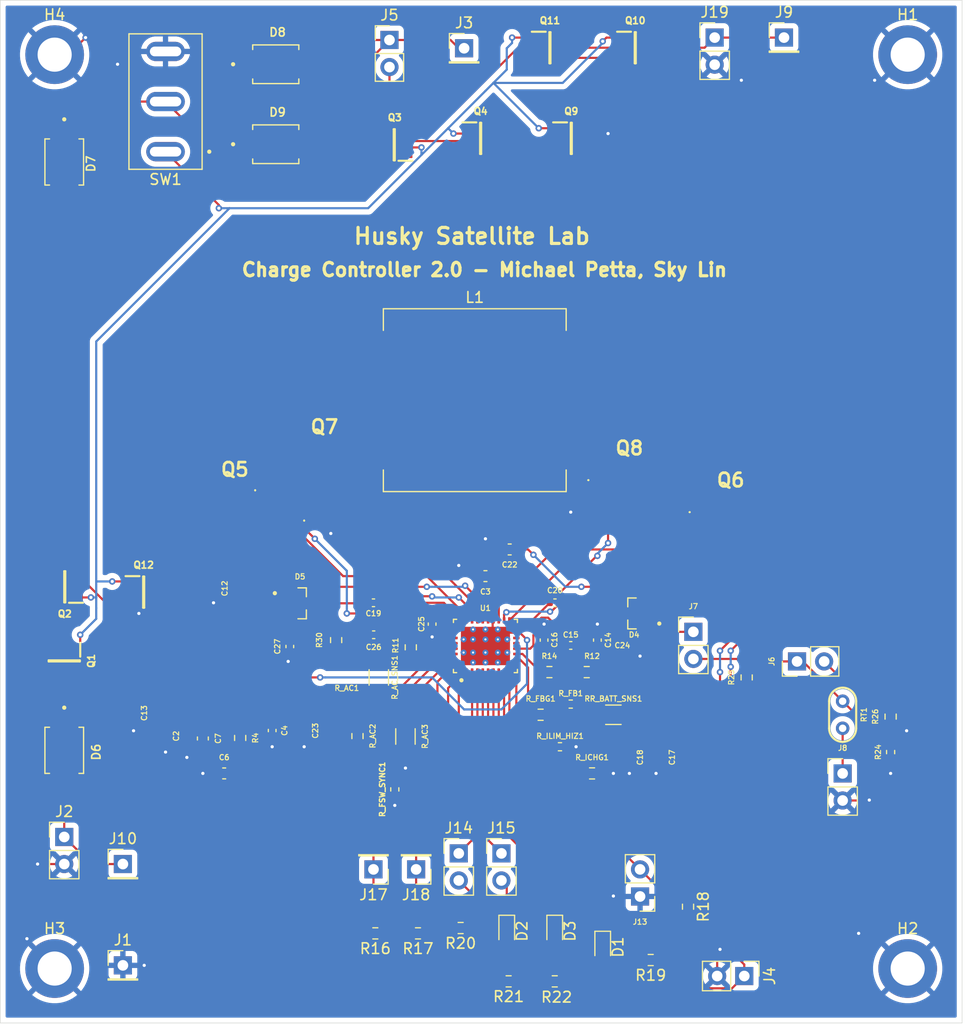
<source format=kicad_pcb>
(kicad_pcb (version 20241229) (generator "pcbnew") (generator_version "9.0")
  (layers (0 "F.Cu" signal) (2 "B.Cu" signal) (13 "F.Paste" user) (15 "B.Paste" user) (5 "F.SilkS" user "F.Silkscreen") (7 "B.SilkS" user "B.Silkscreen") (1 "F.Mask" user) (3 "B.Mask" user) (25 "Edge.Cuts" user))
  (net 0 "")
  (net 1 "GND")
  (net 2 "VAC")
  (net 3 "/DRV_SUP")
  (net 4 "Net-(C6-Pad1)")
  (net 5 "Net-(Q5-D_1)")
  (net 6 "/SRP")
  (net 7 "/SRN")
  (net 8 "Net-(Q11-DRAIN)")
  (net 9 "/BTST_1")
  (net 10 "/SW1")
  (net 11 "/SW2")
  (net 12 "/BTST_2")
  (net 13 "Net-(Q6-D_1)")
  (net 14 "/ACP")
  (net 15 "/ACN")
  (net 16 "Net-(D1-A)")
  (net 17 "/PG")
  (net 18 "Net-(D2-K)")
  (net 19 "Net-(D2-A)")
  (net 20 "/STAT_2")
  (net 21 "Net-(D3-A)")
  (net 24 "Net-(J4-Pin_1)")
  (net 25 "/TS")
  (net 26 "Net-(J6-Pin_2)")
  (net 27 "Net-(J7-Pin_2)")
  (net 28 "Net-(J8-Pin_1)")
  (net 29 "Net-(J19-Pin_1)")
  (net 30 "/CE")
  (net 31 "/INT")
  (net 32 "Net-(J14-Pin_2)")
  (net 33 "/STAT_1")
  (net 34 "/SCL")
  (net 35 "/SDA")
  (net 36 "Net-(Q1-SOURCE)")
  (net 37 "Net-(J10-Pin_1)")
  (net 38 "/EN")
  (net 39 "Net-(J5-Pin_2)")
  (net 40 "Net-(Q4-SOURCE)")
  (net 41 "/HIDRV_1")
  (net 42 "/HIDRV_2")
  (net 43 "/LODRV_1")
  (net 44 "/LODRV_2")
  (net 45 "Net-(Q10-SOURCE)")
  (net 46 "PGND")
  (net 47 "/ACUV")
  (net 48 "/ACOV")
  (net 49 "/FB")
  (net 50 "/FBG")
  (net 51 "Net-(U1-FSW_SYNC)")
  (net 52 "Net-(U1-ICHG)")
  (net 53 "Net-(U1-ILIM_HIZ)")
  (net 54 "Net-(Q1-DRAIN)")
  (net 58 "Net-(D7-PadC)")
  (net 59 "Net-(J3-Pin_1)")
  (net 60 "Net-(D8-PadC)")
  (footprint "Resistor_SMD:R_0402_1005Metric" (layer "F.Cu") (at 220.5 107 90)
    (property "Reference" "R24")
    (property "Value" "30.1k")
  )
  (footprint "Capacitor_SMD:C_0402_1005Metric" (layer "F.Cu") (at 164.155 97.1 90)
    (property "Reference" "C27")
    (property "Value" "100n")
  )
  (footprint "bmsfootprints:BAT54" (layer "F.Cu") (at 196.5 94 180)
    (property "Reference" "D4")
    (property "Value" "BAT54")
  )
  (footprint "bmsfootprints:AON6482" (layer "F.Cu") (at 205.205 86.405 -90)
    (property "Reference" "Q6")
    (property "Value" "AONS66614" (hide yes))
  )
  (footprint "Connector_PinHeader_2.54mm:PinHeader_1x02_P2.54mm_Vertical" (layer "F.Cu") (at 184 116.5)
    (property "Reference" "J15")
    (property "Value" "Conn-1x2")
  )
  (footprint "MountingHole:MountingHole_3.2mm_M3_ISO14580_Pad" (layer "F.Cu") (at 142.1 41.6)
    (property "Reference" "H4")
    (property "Value" "MountingHole_Pad")
  )
  (footprint "bmsfootprints:AON6482" (layer "F.Cu") (at 195.705 83.405 -90)
    (property "Reference" "Q8")
    (property "Value" "AONS66614" (hide yes))
  )
  (footprint "Resistor_SMD:R_0603_1608Metric" (layer "F.Cu") (at 198 126.5 180)
    (property "Reference" "R19")
    (property "Value" "10k")
  )
  (footprint "Resistor_SMD:R_1206_3216Metric" (layer "F.Cu") (at 175 105.5375 -90)
    (property "Reference" "R_AC3")
    (property "Value" "53.25")
  )
  (footprint "Connector_PinHeader_2.54mm:PinHeader_1x01_P2.54mm_Vertical" (layer "F.Cu") (at 172 118 180)
    (property "Reference" "J17")
    (property "Value" "SCL_MAS_01x01_Pin")
  )
  (footprint "MountingHole:MountingHole_3.2mm_M3_ISO14580_Pad" (layer "F.Cu") (at 222.1 41.6)
    (property "Reference" "H1")
    (property "Value" "MountingHole_Pad")
  )
  (footprint "Capacitor_SMD:C_0201_0603Metric" (layer "F.Cu") (at 149.5 103.345 -90)
    (property "Reference" "C13")
    (property "Value" "56u")
  )
  (footprint "Connector_PinHeader_2.54mm:PinHeader_1x01_P2.54mm_Vertical" (layer "F.Cu") (at 180.5 41)
    (property "Reference" "J3")
    (property "Value" "BATT_TEST_01x01_Pin")
  )
  (footprint "Resistor_SMD:R_0402_1005Metric" (layer "F.Cu") (at 174 110.5 90)
    (property "Reference" "R_FSW_SYNC1")
    (property "Value" "40k")
  )
  (footprint "Resistor_SMD:R_0603_1608Metric" (layer "F.Cu") (at 176.175 124 180)
    (property "Reference" "R17")
    (property "Value" "10k")
  )
  (footprint "Connector_PinHeader_2.54mm:PinHeader_1x02_P2.54mm_Vertical" (layer "F.Cu") (at 180 116.5)
    (property "Reference" "J14")
    (property "Value" "Conn-1x2")
  )
  (footprint "Connector_PinHeader_2.54mm:PinHeader_1x02_P2.54mm_Vertical" (layer "F.Cu") (at 211.725 98.5 90)
    (property "Reference" "J6")
    (property "Value" "Conn-1x2")
  )
  (footprint "MountingHole:MountingHole_3.2mm_M3_ISO14580_Pad" (layer "F.Cu") (at 142.1 127.3)
    (property "Reference" "H3")
    (property "Value" "MountingHole_Pad")
  )
  (footprint "bmsfootprints:SI2318DS-T1-E3" (layer "F.Cu") (at 196.55 40.95)
    (property "Reference" "Q10")
    (property "Value" "SI2318DS-T1-E3")
  )
  (footprint "Resistor_SMD:R_0603_1608Metric" (layer "F.Cu") (at 187.675 103.5 180)
    (property "Reference" "R_FBG1")
    (property "Value" "16.67k")
  )
  (footprint "Resistor_SMD:R_1206_3216Metric" (layer "F.Cu") (at 172.5 100 -90)
    (property "Reference" "R_AC_SNS1")
    (property "Value" "5m")
  )
  (footprint "bmsfootprints:SI2318DS-T1-E3" (layer "F.Cu") (at 143.05 91.5 180)
    (property "Reference" "Q2")
    (property "Value" "SI2318DS-T1-E3")
  )
  (footprint "bmsfootprints:SS24" (layer "F.Cu") (at 143 106.835 -90)
    (property "Reference" "D6")
    (property "Value" "SS24")
  )
  (footprint "Resistor_SMD:R_0603_1608Metric" (layer "F.Cu") (at 192.5 109 180)
    (property "Reference" "R_ICHG1")
    (property "Value" "16.67k")
  )
  (footprint "Resistor_SMD:R_0603_1608Metric" (layer "F.Cu") (at 189 128.5 180)
    (property "Reference" "R22")
    (property "Value" "10k")
  )
  (footprint "LED_SMD:LED_0603_1608Metric" (layer "F.Cu") (at 193.5 125.2875 -90)
    (property "Reference" "D1")
    (property "Value" "GREEN")
  )
  (footprint "Resistor_SMD:R_0201_0603Metric" (layer "F.Cu") (at 169.5 102)
    (property "Reference" "R_AC1")
    (property "Value" "1M")
  )
  (footprint "Capacitor_SMD:C_0201_0603Metric" (layer "F.Cu") (at 196 107.5 -90)
    (property "Reference" "C18")
    (property "Value" "56u")
  )
  (footprint "Resistor_SMD:R_0402_1005Metric" (layer "F.Cu") (at 189.49 106.5 180)
    (property "Reference" "R_ILIM_HIZ1")
    (property "Value" "25k")
  )
  (footprint "Connector_PinHeader_2.54mm:PinHeader_1x01_P2.54mm_Vertical" (layer "F.Cu") (at 210.5 40)
    (property "Reference" "J9")
    (property "Value" "SYS_TEST_01x01_Pin")
  )
  (footprint "Resistor_SMD:R_0603_1608Metric" (layer "F.Cu") (at 207 100 90)
    (property "Reference" "R25")
    (property "Value" "5.23k")
  )
  (footprint "bmsfootprints:SI2318DS-T1-E3" (layer "F.Cu") (at 143 98.45 -90)
    (property "Reference" "Q1")
    (property "Value" "SI2318DS-T1-E3")
  )
  (footprint "Resistor_SMD:R_0603_1608Metric" (layer "F.Cu") (at 168.5 96.5 90)
    (property "Reference" "R30")
    (property "Value" "10")
  )
  (footprint "Capacitor_SMD:C_0402_1005Metric" (layer "F.Cu") (at 190.5 97 180)
    (property "Reference" "C15")
    (property "Value" "470n")
  )
  (footprint "Capacitor_SMD:C_0402_1005Metric" (layer "F.Cu") (at 193 96.5 -90)
    (property "Reference" "C14")
    (property "Value" "100n")
  )
  (footprint "Connector_PinHeader_2.54mm:PinHeader_1x02_P2.54mm_Vertical" (layer "F.Cu") (at 143 114.96)
    (property "Reference" "J2")
    (property "Value" "SP_01x02_Pin")
  )
  (footprint "Connector_PinHeader_2.54mm:PinHeader_1x01_P2.54mm_Vertical" (layer "F.Cu") (at 176 118 180)
    (property "Reference" "J18")
    (property "Value" "SDA_MAS_01x01_Pin")
  )
  (footprint "bmsfootprints:SI2318DS-T1-E3" (layer "F.Cu") (at 182.05 49.45)
    (property "Reference" "Q4")
    (property "Value" "SI2318DS-T1-E3")
  )
  (footprint "Connector_PinHeader_2.54mm:PinHeader_1x01_P2.54mm_Vertical" (layer "F.Cu") (at 148.5 127)
    (property "Reference" "J1")
    (property "Value" "GND_TEST_01x01_Pin")
  )
  (footprint "Capacitor_SMD:C_0201_0603Metric" (layer "F.Cu") (at 157 91.655 -90)
    (property "Reference" "C12")
    (property "Value" "56u")
  )
  (footprint "Resistor_SMD:R_0603_1608Metric" (layer "F.Cu") (at 184.675 128.5 180)
    (property "Reference" "R21")
    (property "Value" "10k")
  )
  (footprint "MountingHole:MountingHole_3.2mm_M3_ISO14580_Pad" (layer "F.Cu") (at 222.1 127.3)
    (property "Reference" "H2")
    (property "Value" "MountingHole_Pad")
  )
  (footprint "Capacitor_SMD:C_0603_1608Metric" (layer "F.Cu") (at 182.5 90.5 180)
    (property "Reference" "C3")
    (property "Value" "4.7u")
  )
  (footprint "Connector_PinHeader_2.54mm:PinHeader_1x02_P2.54mm_Vertical" (layer "F.Cu") (at 204 40)
    (property "Reference" "J19")
    (property "Value" "SYS-1x2")
  )
  (footprint "Connector_PinHeader_2.54mm:PinHeader_1x02_P2.54mm_Vertical" (layer "F.Cu") (at 206.775 128 -90)
    (property "Reference" "J4")
    (property "Value" "3.3V_PULLUP_01x02_Pin")
  )
  (footprint "Capacitor_SMD:C_0603_1608Metric" (layer "F.Cu") (at 156 105.725 -90)
    (property "Reference" "C7")
    (property "Value" "4.7u")
  )
  (footprint "Capacitor_SMD:C_0603_1608Metric" (layer "F.Cu") (at 158 109 180)
    (property "Reference" "C6")
    (property "Value" "47u")
  )
  (footprint "bmsfootprints:SI2318DS-T1-E3" (layer "F.Cu") (at 173.95 50.05 180)
    (property "Reference" "Q3")
    (property "Value" "SI2318DS-T1-E3")
  )
  (footprint "Connector_PinHeader_2.54mm:PinHeader_1x01_P2.54mm_Vertical" (layer "F.Cu") (at 148.5 117.5)
    (property "Reference" "J10")
    (property "Value" "SOL_TEST_01x01_Pin")
  )
  (footprint "Connector_PinHeader_2.54mm:PinHeader_1x02_P2.54mm_Vertical" (layer "F.Cu") (at 202 95.725)
    (property "Reference" "J7")
    (property "Value" "Conn-1x2")
  )
  (footprint "Capacitor_SMD:C_0201_0603Metric" (layer "F.Cu") (at 199 107.5 -90)
    (property "Reference" "C17")
    (property "Value" "56u")
  )
  (footprint "Resistor_SMD:R_0603_1608Metric" (layer "F.Cu") (at 180.175 123.5 180)
    (property "Reference" "R20")
    (property "Value" "10k")
  )
  (footprint "Capacitor_SMD:C_0201_0603Metric" (layer "F.Cu") (at 165.5 105 -90)
    (property "Reference" "C23")
    (property "Value" "1u")
  )
  (footprint "bmsfootprints:IC_BQ25756ERRVR" (layer "F.Cu") (at 182.5 97.05 90)
    (property "Reference" "U1")
    (property "Value" "BQ25756ERRVR")
  )
  (footprint "bmsfootprints:BAT54" (layer "F.Cu") (at 165.055 93.05)
    (property "Reference" "D5")
    (property "Value" "BAT54")
  )
  (footprint "Resistor_SMD:R_0603_1608Metric" (layer "F.Cu") (at 201.5 121.5 -90)
    (property "Reference" "R18")
    (property "Value" "10k")
  )
  (footprint "Capacitor_SMD:C_0402_1005Metric" (layer "F.Cu") (at 189.02 93)
    (property "Reference" "C20")
    (property "Value" "100n")
  )
  (footprint "Capacitor_SMD:C_0402_1005Metric" (layer "F.Cu") (at 162.5 104.98 -90)
    (property "Reference" "C4")
    (property "Value" "100n")
  )
  (footprint "bmsfootprints:AON6482" (layer "F.Cu") (at 167.405 81.745)
    (property "Reference" "Q7")
    (property "Value" "AONS66614" (hide yes))
  )
  (footprint "Resistor_SMD:R_0603_1608Metric" (layer "F.Cu") (at 159.5 105.675 -90)
    (property "Reference" "R4")
    (property "Value" "10")
  )
  (footprint "Connector_PinHeader_2.54mm:PinHeader_1x02_P2.54mm_Vertical" (layer "F.Cu") (at 173.5 40.225)
    (property "Reference" "J5")
    (property "Value" "BATT_01x02_Pin")
  )
  (footprint "Resistor_SMD:R_0603_1608Metric" (layer "F.Cu") (at 170.5 105.5 -90)
    (property "Reference" "R_AC2")
    (property "Value" "11.83k")
  )
  (footprint "bmsfootprints:SS24" (layer "F.Cu") (at 143 51.665 -90)
    (property "Reference" "D7")
    (property "Value" "SS24")
  )
  (footprint "bmsfootprints:IND_IHLP6767GZER100M01" (layer "F.Cu") (at 181.5 74)
    (property "Reference" "L1")
    (property "Value" "IHLP6767GZER100M01")
  )
  (footprint "bmsfootprints:AON6482" (layer "F.Cu") (at 159 86 180)
    (property "Reference" "Q5")
    (property "Value" "AONS66614" (hide yes))
  )
  (footprint "Capacitor_SMD:C_0402_1005Metric" (layer "F.Cu") (at 177.5 95 90)
    (property "Reference" "C25")
    (property "Value" "100n")
  )
  (footprint "Capacitor_SMD:C_0402_1005Metric" (layer "F.Cu") (at 188 96.5 -90)
    (property "Reference" "C16")
    (property "Value" "100n")
  )
  (footprint "Capacitor_SMD:C_0402_1005Metric" (layer "F.Cu") (at 172 93 180)
    (property "Reference" "C19")
    (property "Value" "100n")
  )
  (footprint "Resistor_SMD:R_0603_1608Metric" (layer "F.Cu") (at 220.5 103.675 90)
    (property "Reference" "R26")
    (property "Value" "10k")
  )
  (footprint "Resistor_SMD:R_0603_1608Metric" (layer "F.Cu") (at 188.5 99.5 180)
    (property "Reference" "R14")
    (property "Value" "10")
  )
  (footprint "LED_SMD:LED_0603_1608Metric" (layer "F.Cu") (at 184.5 123.7875 -90)
    (property "Reference" "D2")
    (property "Value" "GREEN")
  )
  (footprint "Capacitor_SMD:C_0603_1608Metric" (layer "F.Cu") (at 184.775 88 180)
    (property "Reference" "C22")
    (property "Value" "4.7u")
  )
  (footprint "Resistor_SMD:R_0603_1608Metric" (layer "F.Cu") (at 192 99.5 180)
    (property "Reference" "R12")
    (property "Value" "10")
  )
  (footprint "bmsfootprints:SI2318DS-T1-E3" (layer "F.Cu") (at 188.55 40.95)
    (property "Reference" "Q11")
    (property "Value" "SI2318DS-T1-E3")
  )
  (footprint "Capacitor_SMD:C_0402_1005Metric" (layer "F.Cu") (at 172.02 96 180)
    (property "Reference" "C26")
    (property "Value" "470n")
  )
  (footprint "bmsfootprints:SI2318DS-T1-E3" (layer "F.Cu") (at 190.55 49.45)
    (property "Reference" "Q9")
    (property "Value" "SI2318DS-T1-E3")
  )
  (footprint "Resistor_SMD:R_0603_1608Metric" (layer "F.Cu") (at 175.5 97.175 90)
    (property "Reference" "R11")
    (property "Value" "10")
  )
  (footprint "bmsfootprints:SW_100SP1T1B1M1QEH" (layer "F.Cu") (at 152.5 46 90)
    (property "Reference" "SW1")
    (property "Value" "100SP1T1B1M1QEH")
  )
  (footprint "Connector_PinHeader_2.54mm:PinHeader_1x02_P2.54mm_Vertical" (layer "F.Cu") (at 197 120.54 180)
    (property "Reference" "J13")
    (property "Value" "Conn-1x2")
  )
  (footprint "Resistor_SMD:R_0402_1005Metric" (layer "F.Cu") (at 190.5 102.5 180)
    (property "Reference" "R_FB1")
    (property "Value" "249k")
  )
  (footprint "Capacitor_SMD:C_0201_0603Metric" (layer "F.Cu") (at 152.5 105.5 -90)
    (property "Reference" "C2")
    (property "Value" "56u")
  )
  (footprint "Resistor_SMD:R_1206_3216Metric" (layer "F.Cu") (at 194.5 103.5)
    (property "Reference" "RR_BATT_SNS1")
    (property "Value" "5m")
  )
  (footprint "Capacitor_SMD:C_0201_0603Metric" (layer "F.Cu") (at 195.345 98)
    (property "Reference" "C24")
    (property "Value" "56u")
  )
  (footprint "LED_SMD:LED_0603_1608Metric" (layer "F.Cu") (at 189 123.7875 -90)
    (property "Reference" "D3")
    (property "Value" "GREEN")
  )
  (footprint "bmsfootprints:SS24" (layer "F.Cu") (at 162.835 50)
    (property "Reference" "D9")
    (property "Value" "SS24")
  )
  (footprint "bmsfootprints:103AT-2" (layer "F.Cu") (at 216 103.5 -90)
    (property "Reference" "RT1")
    (property "Value" "103AT-2")
  )
  (footprint "Connector_PinHeader_2.54mm:PinHeader_1x02_P2.54mm_Vertical" (layer "F.Cu") (at 216 109)
    (property "Reference" "J8")
    (property "Value" "Conn-1x2")
  )
  (footprint "bmsfootprints:SS24" (layer "F.Cu") (at 162.835 42.5)
    (property "Reference" "D8")
    (property "Value" "SS24")
  )
  (footprint "bmsfootprints:SI2318DS-T1-E3" (layer "F.Cu") (at 150.45 92)
    (property "Reference" "Q12")
    (property "Value" "SI2318DS-T1-E3")
  )
  (footprint "Resistor_SMD:R_0603_1608Metric" (layer "F.Cu") (at 172.175 124 180)
    (property "Reference" "R16")
    (property "Value" "10k")
  )
  (gr_line (start 137 36.5) (end 137 132.4) (stroke (width 0.05)) (layer "Edge.Cuts"))
  (gr_line (start 137 36.5) (end 227.2 36.5) (stroke (width 0.05)) (layer "Edge.Cuts"))
  (gr_line (start 227.2 36.5) (end 227.2 132.4) (stroke (width 0.05)) (layer "Edge.Cuts"))
  (gr_line (start 137 132.4) (end 227.2 132.4) (stroke (width 0.05)) (layer "Edge.Cuts"))
  (gr_text "Husky Satellite Lab" (at 170 59.5 0) (layer "F.SilkS") (effects (font (size 1.5 1.5) (thickness 0.3) (bold yes)) (justify left bottom)))
  (gr_text "Charge Controller 2.0 - Michael Petta, Sky Lin\n" (at 159.5 62.5 0) (layer "F.SilkS") (effects (font (size 1.25 1.25) (thickness 0.3) (bold yes)) (justify left bottom)))
  (segment (start 152.5 105.82) (end 152.5 107) (width 0.2) (layer "F.Cu") (net 1))
  (segment (start 143 117.5) (end 140.5 117.5) (width 0.2) (layer "F.Cu") (net 1))
  (segment (start 184 88) (end 183.5 88) (width 0.2) (layer "F.Cu") (net 1))
  (segment (start 194.54 120.54) (end 194.5 120.5) (width 0.2) (layer "F.Cu") (net 1))
  (segment (start 205.46 44) (end 206.5 44) (width 0.2) (layer "F.Cu") (net 1))
  (segment (start 157 91.975) (end 157 93) (width 0.2) (layer "F.Cu") (net 1))
  (segment (start 219.7 44) (end 219 44) (width 0.2) (layer "F.Cu") (net 1))
  (segment (start 148.5 127) (end 150.5 127) (width 0.2) (layer "F.Cu") (net 1))
  (segment (start 199 107.82) (end 199 108.5) (width 0.2) (layer "F.Cu") (net 1))
  (segment (start 149.4 93.4) (end 150 94) (width 0.2) (layer "F.Cu") (net 1))
  (segment (start 218.8 124) (end 217.5 124) (width 0.2) (layer "F.Cu") (net 1))
  (segment (start 142.1 127.1) (end 139.5 124.5) (width 0.2) (layer "F.Cu") (net 1))
  (segment (start 216 111.54) (end 218.46 111.54) (width 0.2) (layer "F.Cu") (net 1))
  (segment (start 222.1 127.3) (end 218.8 124) (width 0.2) (layer "F.Cu") (net 1))
  (segment (start 156 106.5) (end 155.5 106.5) (width 0.2) (layer "F.Cu") (net 1))
  (segment (start 221.5 104.5) (end 222 105) (width 0.2) (layer "F.Cu") (net 1))
  (segment (start 175 107) (end 175 108.5) (width 0.2) (layer "F.Cu") (net 1))
  (segment (start 193.55 49.45) (end 194 49) (width 0.2) (layer "F.Cu") (net 1))
  (segment (start 192.95 84.04) (end 190.96 84.04) (width 0.2) (layer "F.Cu") (net 1))
  (segment (start 181 90.5) (end 180 89.5) (width 0.2) (layer "F.Cu") (net 1))
  (segment (start 149.5 103.665) (end 149.5 105) (width 0.2) (layer "F.Cu") (net 1))
  (segment (start 195.665 98) (end 197 98) (width 0.2) (layer "F.Cu") (net 1))
  (segment (start 199 108.5) (end 198.5 109) (width 0.2) (layer "F.Cu") (net 1))
  (segment (start 143.4 41.6) (end 145 40) (width 0.2) (layer "F.Cu") (net 1))
  (segment (start 165.5 84.5) (end 166.77 84.5) (width 0.2) (layer "F.Cu") (net 1))
  (segment (start 193.325 109) (end 194.5 109) (width 0.2) (layer "F.Cu") (net 1))
  (segment (start 164.155 97.58) (end 164.155 98.345) (width 0.2) (layer "F.Cu") (net 1))
  (segment (start 204.235 125.765) (end 204.5 125.5) (width 0.2) (layer "F.Cu") (net 1))
  (segment (start 188 96.02) (end 188 95) (width 0.2) (layer "F.Cu") (net 1))
  (segment (start 142.1 127.3) (end 142.1 127.1) (width 0.2) (layer "F.Cu") (net 1))
  (segment (start 165.5 105.32) (end 165.5 106.5) (width 0.2) (layer "F.Cu") (net 1))
  (segment (start 197 120.54) (end 194.54 120.54) (width 0.2) (layer "F.Cu") (net 1))
  (segment (start 204.235 128) (end 204.235 125.765) (width 0.2) (layer "F.Cu") (net 1))
  (segment (start 168.04 84.5) (end 166.77 84.5) (width 0.2) (layer "F.Cu") (net 1))
  (segment (start 148.2 127.3) (end 148.5 127) (width 0.2) (layer "F.Cu") (net 1))
  (segment (start 196 107.82) (end 196 109) (width 0.2) (layer "F.Cu") (net 1))
  (segment (start 192.95 84.04) (end 192.95 82.77) (width 0.2) (layer "F.Cu") (net 1))
  (segment (start 190.96 84.04) (end 190.5 84.5) (width 0.2) (layer "F.Cu") (net 1))
  (segment (start 220.5 104.5) (end 221.5 104.5) (width 0.2) (layer "F.Cu") (net 1))
  (segment (start 149.4 92.95) (end 149.4 93.4) (width 0.2) (layer "F.Cu") (net 1))
  (segment (start 149.2 41.3) (end 148 42.5) (width 0.2) (layer "F.Cu") (net 1))
  (segment (start 220.5 107.51) (end 220.5 109) (width 0.2) (layer "F.Cu") (net 1))
  (segment (start 164.155 98.345) (end 164 98.5) (width 0.2) (layer "F.Cu") (net 1))
  (segment (start 177.5 95.48) (end 177.5 96.2) (width 0.2) (layer "F.Cu") (net 1))
  (segment (start 192.95 81.5) (end 192.95 82.77) (width 0.2) (layer "F.Cu") (net 1))
  (segment (start 162.5 105.46) (end 162.5 106.5) (width 0.2) (layer "F.Cu") (net 1))
  (segment (start 193 96.02) (end 193 95) (width 0.2) (layer "F.Cu") (net 1))
  (segment (start 168.04 84.5) (end 168.04 86.46) (width 0.2) (layer "F.Cu") (net 1))
  (segment (start 183.5 88) (end 182.5 87) (width 0.2) (layer "F.Cu") (net 1))
  (segment (start 222.1 41.6) (end 219.7 44) (width 0.2) (layer "F.Cu") (net 1))
  (segment (start 181.725 90.5) (end 181 90.5) (width 0.2) (layer "F.Cu") (net 1))
  (segment (start 157.225 109) (end 156 109) (width 0.2) (layer "F.Cu") (net 1))
  (segment (start 142.1 41.6) (end 143.4 41.6) (width 0.2) (layer "F.Cu") (net 1))
  (segment (start 168.04 86.46) (end 168 86.5) (width 0.2) (layer "F.Cu") (net 1))
  (segment (start 197 120.765) (end 197 120.54) (width 0.2) (layer "F.Cu") (net 1))
  (segment (start 155.5 106.5) (end 154.5 107.5) (width 0.2) (layer "F.Cu") (net 1))
  (segment (start 191.6 49.45) (end 193.55 49.45) (width 0.2) (layer "F.Cu") (net 1))
  (segment (start 190 106.5) (end 191 106.5) (width 0.2) (layer "F.Cu") (net 1))
  (segment (start 174 111.01) (end 174 112) (width 0.2) (layer "F.Cu") (net 1))
  (segment (start 218.46 111.54) (end 218.5 111.5) (width 0.2) (layer "F.Cu") (net 1))
  (segment (start 204 42.54) (end 205.46 44) (width 0.2) (layer "F.Cu") (net 1))
  (segment (start 152.5 41.3) (end 149.2 41.3) (width 0.2) (layer "F.Cu") (net 1))
  (via (at 218.5 111.5) (size 0.6) (drill 0.3) (layers "F.Cu" "B.Cu") (net 1))
  (via (at 194 49) (size 0.6) (drill 0.3) (layers "F.Cu" "B.Cu") (net 1))
  (via (at 164 98.5) (size 0.6) (drill 0.3) (layers "F.Cu" "B.Cu") (net 1))
  (via (at 145 40) (size 0.6) (drill 0.3) (layers "F.Cu" "B.Cu") (net 1))
  (via (at 219 44) (size 0.6) (drill 0.3) (layers "F.Cu" "B.Cu") (net 1))
  (via (at 193 95) (size 0.6) (drill 0.3) (layers "F.Cu" "B.Cu") (net 1))
  (via (at 148 42.5) (size 0.6) (drill 0.3) (layers "F.Cu" "B.Cu") (net 1))
  (via (at 188 95) (size 0.6) (drill 0.3) (layers "F.Cu" "B.Cu") (net 1))
  (via (at 149.5 105) (size 0.6) (drill 0.3) (layers "F.Cu" "B.Cu") (net 1))
  (via (at 156 109) (size 0.6) (drill 0.3) (layers "F.Cu" "B.Cu") (net 1))
  (via (at 191 106.5) (size 0.6) (drill 0.3) (layers "F.Cu" "B.Cu") (net 1))
  (via (at 150 94) (size 0.6) (drill 0.3) (layers "F.Cu" "B.Cu") (net 1))
  (via (at 140.5 117.5) (size 0.6) (drill 0.3) (layers "F.Cu" "B.Cu") (net 1))
  (via (at 194.5 120.5) (size 0.6) (drill 0.3) (layers "F.Cu" "B.Cu") (net 1))
  (via (at 139.5 124.5) (size 0.6) (drill 0.3) (layers "F.Cu" "B.Cu") (net 1))
  (via (at 222 105) (size 0.6) (drill 0.3) (layers "F.Cu" "B.Cu") (net 1))
  (via (at 175 108.5) (size 0.6) (drill 0.3) (layers "F.Cu" "B.Cu") (net 1))
  (via (at 168 86.5) (size 0.6) (drill 0.3) (layers "F.Cu" "B.Cu") (net 1))
  (via (at 174 112) (size 0.6) (drill 0.3) (layers "F.Cu" "B.Cu") (net 1))
  (via (at 198.5 109) (size 0.6) (drill 0.3) (layers "F.Cu" "B.Cu") (net 1))
  (via (at 157 93) (size 0.6) (drill 0.3) (layers "F.Cu" "B.Cu") (net 1))
  (via (at 217.5 124) (size 0.6) (drill 0.3) (layers "F.Cu" "B.Cu") (net 1))
  (via (at 177.5 96.2) (size 0.6) (drill 0.3) (layers "F.Cu" "B.Cu") (net 1))
  (via (at 204.5 125.5) (size 0.6) (drill 0.3) (layers "F.Cu" "B.Cu") (net 1))
  (via (at 194.5 109) (size 0.6) (drill 0.3) (layers "F.Cu" "B.Cu") (net 1))
  (via (at 206.5 44) (size 0.6) (drill 0.3) (layers "F.Cu" "B.Cu") (net 1))
  (via (at 162.5 106.5) (size 0.6) (drill 0.3) (layers "F.Cu" "B.Cu") (net 1))
  (via (at 182.5 87) (size 0.6) (drill 0.3) (layers "F.Cu" "B.Cu") (net 1))
  (via (at 190.5 84.5) (size 0.6) (drill 0.3) (layers "F.Cu" "B.Cu") (net 1))
  (via (at 196 109) (size 0.6) (drill 0.3) (layers "F.Cu" "B.Cu") (net 1))
  (via (at 152.5 107) (size 0.6) (drill 0.3) (layers "F.Cu" "B.Cu") (net 1))
  (via (at 154.5 107.5) (size 0.6) (drill 0.3) (layers "F.Cu" "B.Cu") (net 1))
  (via (at 197 98) (size 0.6) (drill 0.3) (layers "F.Cu" "B.Cu") (net 1))
  (via (at 180 89.5) (size 0.6) (drill 0.3) (layers "F.Cu" "B.Cu") (net 1))
  (via (at 220.5 109) (size 0.6) (drill 0.3) (layers "F.Cu" "B.Cu") (net 1))
  (via (at 150.5 127) (size 0.6) (drill 0.3) (layers "F.Cu" "B.Cu") (net 1))
  (via (at 165.5 106.5) (size 0.6) (drill 0.3) (layers "F.Cu" "B.Cu") (net 1))
  (segment (start 156.1 104.85) (end 156 104.95) (width 0.2) (layer "F.Cu") (net 2))
  (segment (start 169.18 102) (end 168.18 102) (width 0.2) (layer "F.Cu") (net 2))
  (segment (start 159.5 104.85) (end 159.224 104.574) (width 0.2) (layer "F.Cu") (net 2))
  (segment (start 159.85 104.5) (end 159.5 104.85) (width 0.2) (layer "F.Cu") (net 2))
  (segment (start 159.5 104.85) (end 156.1 104.85) (width 0.2) (layer "F.Cu") (net 2))
  (segment (start 176.7 96.8) (end 179.6 96.8) (width 0.2) (layer "F.Cu") (net 2))
  (segment (start 152.5 105.18) (end 150.345 103.025) (width 0.2) (layer "F.Cu") (net 2))
  (segment (start 164.5 104.5) (end 162.5 104.5) (width 0.2) (layer "F.Cu") (net 2))
  (segment (start 178.2 97.3) (end 179.6 97.3) (width 0.2) (layer "F.Cu") (net 2))
  (segment (start 149.5 103.025) (end 149.025 103.025) (width 0.2) (layer "F.Cu") (net 2))
  (segment (start 152.73 104.95) (end 152.5 105.18) (width 0.2) (layer "F.Cu") (net 2))
  (segment (start 175.5 98) (end 176.7 96.8) (width 0.2) (layer "F.Cu") (net 2))
  (segment (start 159.4 104.95) (end 159.5 104.85) (width 0.2) (layer "F.Cu") (net 2))
  (segment (start 165.5 104.68) (end 164.68 104.68) (width 0.2) (layer "F.Cu") (net 2))
  (segment (start 148 102) (end 148 94.1) (width 0.2) (layer "F.Cu") (net 2))
  (segment (start 169.517501 101.4625) (end 169.18 101.800001) (width 0.2) (layer "F.Cu") (net 2))
  (segment (start 149.025 103.025) (end 148 102) (width 0.2) (layer "F.Cu") (net 2))
  (segment (start 150.345 103.025) (end 149.5 103.025) (width 0.2) (layer "F.Cu") (net 2))
  (segment (start 148 94.1) (end 144.45 90.55) (width 0.2) (layer "F.Cu") (net 2))
  (segment (start 179.6 96.8) (end 179.6 97.3) (width 0.2) (layer "F.Cu") (net 2))
  (segment (start 174.0375 101.4625) (end 178.2 97.3) (width 0.2) (layer "F.Cu") (net 2))
  (segment (start 168.18 102) (end 165.5 104.68) (width 0.2) (layer "F.Cu") (net 2))
  (segment (start 144.45 90.55) (end 144.1 90.55) (width 0.2) (layer "F.Cu") (net 2))
  (segment (start 156 104.95) (end 152.73 104.95) (width 0.2) (layer "F.Cu") (net 2))
  (segment (start 172.5 101.4625) (end 174.0375 101.4625) (width 0.2) (layer "F.Cu") (net 2))
  (segment (start 172.5 101.4625) (end 169.517501 101.4625) (width 0.2) (layer "F.Cu") (net 2))
  (segment (start 164.68 104.68) (end 164.5 104.5) (width 0.2) (layer "F.Cu") (net 2))
  (segment (start 162.5 104.5) (end 159.85 104.5) (width 0.2) (layer "F.Cu") (net 2))
  (segment (start 169.18 101.800001) (end 169.18 102) (width 0.2) (layer "F.Cu") (net 2))
  (segment (start 182.25 93.051528) (end 180.599236 91.400764) (width 0.2) (layer "F.Cu") (net 3))
  (segment (start 177 91.5) (end 164.6 91.5) (width 0.2) (layer "F.Cu") (net 3))
  (segment (start 200.275 95.725) (end 202 95.725) (width 0.2) (layer "F.Cu") (net 3))
  (segment (start 194.228824 91.5) (end 197.555 94.826176) (width 0.2) (layer "F.Cu") (net 3))
  (segment (start 182.25 94.65) (end 182.25 93.051528) (width 0.2) (layer "F.Cu") (net 3))
  (segment (start 197.555 94.826176) (end 197.555 94.95) (width 0.2) (layer "F.Cu") (net 3))
  (segment (start 164.6 91.5) (end 164 92.1) (width 0.2) (layer "F.Cu") (net 3))
  (segment (start 197.555 94.95) (end 198.605 96) (width 0.2) (layer "F.Cu") (net 3))
  (segment (start 182.75 93.75) (end 183.275 93.225) (width 0.2) (layer "F.Cu") (net 3))
  (segment (start 182.25 94.65) (end 182.75 94.65) (width 0.2) (layer "F.Cu") (net 3))
  (segment (start 185.55 88) (end 186.5 88) (width 0.2) (layer "F.Cu") (net 3))
  (segment (start 182.75 94.65) (end 182.75 93.75) (width 0.2) (layer "F.Cu") (net 3))
  (segment (start 183.275 93.225) (end 183.275 90.5) (width 0.2) (layer "F.Cu") (net 3))
  (segment (start 185.55 88.225) (end 185.55 88) (width 0.2) (layer "F.Cu") (net 3))
  (segment (start 198.605 96) (end 200 96) (width 0.2) (layer "F.Cu") (net 3))
  (segment (start 200 96) (end 200.275 95.725) (width 0.2) (layer "F.Cu") (net 3))
  (segment (start 191.5 91.5) (end 194.228824 91.5) (width 0.2) (layer "F.Cu") (net 3))
  (segment (start 183.275 90.5) (end 185.55 88.225) (width 0.2) (layer "F.Cu") (net 3))
  (segment (start 186.5 88) (end 187 88.5) (width 0.2) (layer "F.Cu") (net 3))
  (via (at 187 88.5) (size 0.6) (drill 0.3) (layers "F.Cu" "B.Cu") (net 3))
  (via (at 180.599236 91.400764) (size 0.6) (drill 0.3) (layers "F.Cu" "B.Cu") (net 3))
  (via (at 177 91.5) (size 0.6) (drill 0.3) (layers "F.Cu" "B.Cu") (net 3))
  (via (at 191.5 91.5) (size 0.6) (drill 0.3) (layers "F.Cu" "B.Cu") (net 3))
  (segment (start 180.599236 91.400764) (end 180.5 91.5) (width 0.2) (layer "B.Cu") (net 3))
  (segment (start 190 91.5) (end 191.5 91.5) (width 0.2) (layer "B.Cu") (net 3))
  (segment (start 187 88.5) (end 190 91.5) (width 0.2) (layer "B.Cu") (net 3))
  (segment (start 180.5 91.5) (end 177 91.5) (width 0.2) (layer "B.Cu") (net 3))
  (segment (start 158.775 109) (end 158.775 107.225) (width 0.2) (layer "F.Cu") (net 4))
  (segment (start 158.775 107.225) (end 159.5 106.5) (width 0.2) (layer "F.Cu") (net 4))
  (segment (start 168.175 97.325) (end 168.5 97.325) (width 0.2) (layer "F.Cu") (net 5))
  (segment (start 157 88.89) (end 157.095 88.795) (width 0.2) (layer "F.Cu") (net 5))
  (segment (start 160.905 88.795) (end 160.905 96.254943) (width 0.2) (layer "F.Cu") (net 5))
  (segment (start 160.905 96.254943) (end 163.751057 99.101) (width 0.2) (layer "F.Cu") (net 5))
  (segment (start 163.751057 99.101) (end 166.724 99.101) (width 0.2) (layer "F.Cu") (net 5))
  (segment (start 166.724 99.101) (end 168.5 97.325) (width 0.2) (layer "F.Cu") (net 5))
  (segment (start 169.7125 98.5375) (end 168.5 97.325) (width 0.2) (layer "F.Cu") (net 5))
  (segment (start 157 91.335) (end 157 88.89) (width 0.2) (layer "F.Cu") (net 5))
  (segment (start 172.5 98.5375) (end 169.7125 98.5375) (width 0.2) (layer "F.Cu") (net 5))
  (segment (start 187.399 95.623774) (end 187.399 94.751057) (width 0.2) (layer "F.Cu") (net 6))
  (segment (start 186.7 97.3) (end 187 97) (width 0.2) (layer "F.Cu") (net 6))
  (segment (start 187 97) (end 187 96.022774) (width 0.2) (layer "F.Cu") (net 6))
  (segment (start 187 96.022774) (end 187.399 95.623774) (width 0.2) (layer "F.Cu") (net 6))
  (segment (start 190.98 97) (end 192.98 97) (width 0.2) (layer "F.Cu") (net 6))
  (segment (start 191.175 97.195) (end 190.98 97) (width 0.2) (layer "F.Cu") (net 6))
  (segment (start 192.98 97) (end 193 96.98) (width 0.2) (layer "F.Cu") (net 6))
  (segment (start 187.399 94.751057) (end 187.751057 94.399) (width 0.2) (layer "F.Cu") (net 6))
  (segment (start 188.379 94.399) (end 190.98 97) (width 0.2) (layer "F.Cu") (net 6))
  (segment (start 185.4 97.3) (end 186.7 97.3) (width 0.2) (layer "F.Cu") (net 6))
  (segment (start 191.175 99.5) (end 191.175 97.195) (width 0.2) (layer "F.Cu") (net 6))
  (segment (start 187.751057 94.399) (end 188.379 94.399) (width 0.2) (layer "F.Cu") (net 6))
  (segment (start 190.02 97) (end 188.02 97) (width 0.2) (layer "F.Cu") (net 7))
  (segment (start 188 96.98) (end 188 99.175) (width 0.2) (layer "F.Cu") (net 7))
  (segment (start 188 99.175) (end 187.675 99.5) (width 0.2) (layer "F.Cu") (net 7))
  (segment (start 188.02 97) (end 188 96.98) (width 0.2) (layer "F.Cu") (net 7))
  (segment (start 185.4 97.8) (end 185.975 97.8) (width 0.2) (layer "F.Cu") (net 7))
  (segment (start 185.975 97.8) (end 187.675 99.5) (width 0.2) (layer "F.Cu") (net 7))
  (segment (start 196 107.18) (end 199 107.18) (width 0.2) (layer "F.Cu") (net 8))
  (segment (start 210 54.848) (end 196.102 40.95) (width 0.2) (layer "F.Cu") (net 8))
  (segment (start 196 106.4625) (end 193.0375 103.5) (width 0.2) (layer "F.Cu") (net 8))
  (segment (start 179.5 47) (end 177.1 47) (width 0.2) (layer "F.Cu") (net 8))
  (segment (start 196.155 107.025) (end 196 107.18) (width 0.2) (layer "F.Cu") (net 8))
  (segment (start 189.6 40.95) (end 185.55 40.95) (width 0.2) (layer "F.Cu") (net 8))
  (segment (start 200 107.18) (end 205.5 101.68) (width 0.2) (layer "F.Cu") (net 8))
  (segment (start 177.1 47) (end 175 49.1) (width 0.2) (layer "F.Cu") (net 8))
  (segment (start 189.325 99.5) (end 189.325 100.815) (width 0.2) (layer "F.Cu") (net 8))
  (segment (start 210 93) (end 210 54.848) (width 0.2) (layer "F.Cu") (net 8))
  (segment (start 189.6 40.95) (end 196.102 40.95) (width 0.2) (layer "F.Cu") (net 8))
  (segment (start 191.01 102.5) (end 192.0375 102.5) (width 0.2) (layer "F.Cu") (net 8))
  (segment (start 205.5 101.68) (end 205.5 99) (width 0.2) (layer "F.Cu") (net 8))
  (segment (start 192.0375 102.5) (end 193.0375 103.5) (width 0.2) (layer "F.Cu") (net 8))
  (segment (start 196 107.18) (end 196 106.4625) (width 0.2) (layer "F.Cu") (net 8))
  (segment (start 199 107.18) (end 200 107.18) (width 0.2) (layer "F.Cu") (net 8))
  (segment (start 205.5 97.5) (end 210 93) (width 0.2) (layer "F.Cu") (net 8))
  (segment (start 189.325 100.815) (end 191.01 102.5) (width 0.2) (layer "F.Cu") (net 8))
  (segment (start 185.55 40.95) (end 179.5 47) (width 0.2) (layer "F.Cu") (net 8))
  (via (at 205.5 99) (size 0.6) (drill 0.3) (layers "F.Cu" "B.Cu") (net 8))
  (via (at 205.5 97.5) (size 0.6) (drill 0.3) (layers "F.Cu" "B.Cu") (net 8))
  (segment (start 205.5 99) (end 205.5 97.5) (width 0.2) (layer "B.Cu") (net 8))
  (segment (start 170.95 93.05) (end 166.11 93.05) (width 0.2) (layer "F.Cu") (net 9))
  (segment (start 177.5 92.4) (end 177.489 92.389) (width 0.2) (layer "F.Cu") (net 9))
  (segment (start 177.489 92.389) (end 172.131 92.389) (width 0.2) (layer "F.Cu") (net 9))
  (segment (start 171 93) (end 170.95 93.05) (width 0.2) (layer "F.Cu") (net 9))
  (segment (start 171.52 93) (end 171 93) (width 0.2) (layer "F.Cu") (net 9))
  (segment (start 172.131 92.389) (end 171.52 93) (width 0.2) (layer "F.Cu") (net 9))
  (segment (start 181.25 93.75) (end 180 92.5) (width 0.2) (layer "F.Cu") (net 9))
  (segment (start 181.25 94.65) (end 181.25 93.75) (width 0.2) (layer "F.Cu") (net 9))
  (via (at 177.5 92.4) (size 0.6) (drill 0.3) (layers "F.Cu" "B.Cu") (net 9))
  (via (at 180 92.5) (size 0.6) (drill 0.3) (layers "F.Cu" "B.Cu") (net 9))
  (segment (start 180 92.5) (end 177.6 92.5) (width 0.2) (layer "B.Cu") (net 9))
  (segment (start 177.6 92.5) (end 177.5 92.4) (width 0.2) (layer "B.Cu") (net 9))
  (segment (start 172.48 93) (end 171.48 94) (width 0.2) (layer "F.Cu") (net 10))
  (segment (start 158.365 83.245) (end 159.635 83.245) (width 0.2) (layer "F.Cu") (net 10))
  (segment (start 171.48 94) (end 169.5 94) (width 0.2) (layer "F.Cu") (net 10))
  (segment (start 164.949 83.741) (end 167.405 81.285) (width 0.2) (layer "F.Cu") (net 10))
  (segment (start 173.8546 74) (end 169.31 78.5446) (width 0.2) (layer "F.Cu") (net 10))
  (segment (start 164.949 85.449) (end 164.949 83.741) (width 0.2) (layer "F.Cu") (net 10))
  (segment (start 161.205 83.245) (end 165.5 78.95) (width 0.2) (layer "F.Cu") (net 10))
  (segment (start 166.5 87) (end 164.949 85.449) (width 0.2) (layer "F.Cu") (net 10))
  (segment (start 178.6 93) (end 172.48 93) (width 0.2) (layer "F.Cu") (net 10))
  (segment (start 160.905 83.245) (end 161.205 83.245) (width 0.2) (layer "F.Cu") (net 10))
  (segment (start 160.905 83.245) (end 159.635 83.245) (width 0.2) (layer "F.Cu") (net 10))
  (segment (start 169.31 78.5446) (end 169.31 78.95) (width 0.2) (layer "F.Cu") (net 10))
  (segment (start 180.25 94.65) (end 178.6 93) (width 0.2) (layer "F.Cu") (net 10))
  (via (at 166.5 87) (size 0.6) (drill 0.3) (layers "F.Cu" "B.Cu") (net 10))
  (via (at 169.5 94) (size 0.6) (drill 0.3) (layers "F.Cu" "B.Cu") (net 10))
  (segment (start 169.5 90) (end 166.5 87) (width 0.2) (layer "B.Cu") (net 10))
  (segment (start 169.5 94) (end 169.5 90) (width 0.2) (layer "B.Cu") (net 10))
  (segment (start 194 87.4) (end 194 85.57) (width 0.2) (layer "F.Cu") (net 11))
  (segment (start 202.45 84.5) (end 198.96 84.5) (width 0.2) (layer "F.Cu") (net 11))
  (segment (start 186.24 95.3) (end 188.54 93) (width 0.2) (layer "F.Cu") (net 11))
  (segment (start 189.1454 74) (end 189.1454 74.6454) (width 0.2) (layer "F.Cu") (net 11))
  (segment (start 188.54 93) (end 192.94 88.6) (width 0.2) (layer "F.Cu") (net 11))
  (segment (start 196.165 81.0196) (end 189.1454 74) (width 0.2) (layer "F.Cu") (net 11))
  (segment (start 196.165 83.405) (end 196.165 81.0196) (width 0.2) (layer "F.Cu") (net 11))
  (segment (start 185.4 95.3) (end 186.24 95.3) (width 0.2) (layer "F.Cu") (net 11))
  (segment (start 192.94 88.6) (end 193 88.6) (width 0.2) (layer "F.Cu") (net 11))
  (segment (start 194 85.57) (end 196.165 83.405) (width 0.2) (layer "F.Cu") (net 11))
  (segment (start 202.45 85.77) (end 202.45 84.5) (width 0.2) (layer "F.Cu") (net 11))
  (segment (start 202.45 87.04) (end 202.45 85.77) (width 0.2) (layer "F.Cu") (net 11))
  (segment (start 198.96 84.5) (end 198.5 84.04) (width 0.2) (layer "F.Cu") (net 11))
  (via (at 193 88.6) (size 0.6) (drill 0.3) (layers "F.Cu" "B.Cu") (net 11))
  (via (at 194 87.4) (size 0.6) (drill 0.3) (layers "F.Cu" "B.Cu") (net 11))
  (segment (start 193 88.4) (end 194 87.4) (width 0.2) (layer "B.Cu") (net 11))
  (segment (start 193 88.6) (end 193 88.4) (width 0.2) (layer "B.Cu") (net 11))
  (segment (start 184.25 94.105202) (end 184.464307 93.890895) (width 0.2) (layer "F.Cu") (net 12))
  (segment (start 188.561196 93.827331) (end 188.672669 93.827331) (width 0.2) (layer "F.Cu") (net 12))
  (segment (start 184.25 94.65) (end 184.25 94.105202) (width 0.2) (layer "F.Cu") (net 12))
  (segment (start 189.5 93) (end 194.445 93) (width 0.2) (layer "F.Cu") (net 12))
  (segment (start 188.672669 93.827331) (end 189.5 93) (width 0.2) (layer "F.Cu") (net 12))
  (segment (start 194.445 93) (end 195.445 94) (width 0.2) (layer "F.Cu") (net 12))
  (via (at 184.464307 93.890895) (size 0.6) (drill 0.3) (layers "F.Cu" "B.Cu") (net 12))
  (via (at 188.561196 93.827331) (size 0.6) (drill 0.3) (layers "F.Cu" "B.Cu") (net 12))
  (segment (start 184.464307 93.890895) (end 184.527871 93.827331) (width 0.2) (layer "B.Cu") (net 12))
  (segment (start 184.527871 93.827331) (end 188.561196 93.827331) (width 0.2) (layer "B.Cu") (net 12))
  (segment (start 184.464307 93.890895) (end 184.573412 94) (width 0.2) (layer "B.Cu") (net 12))
  (segment (start 192.825 99.5) (end 192.825 98.675) (width 0.2) (layer "F.Cu") (net 13))
  (segment (start 202.5 103) (end 204.5 101) (width 0.2) (layer "F.Cu") (net 13))
  (segment (start 204.5 101) (end 204.5 99.5) (width 0.2) (layer "F.Cu") (net 13))
  (segment (start 192.825 100.3625) (end 192.825 99.5) (width 0.2) (layer "F.Cu") (net 13))
  (segment (start 195.9625 103.5) (end 192.825 100.3625) (width 0.2) (layer "F.Cu") (net 13))
  (segment (start 202 103.5) (end 202.5 103) (width 0.2) (layer "F.Cu") (net 13))
  (segment (start 208 94) (end 208 88.31) (width 0.2) (layer "F.Cu") (net 13))
  (segment (start 195.9625 103.5) (end 202 103.5) (width 0.2) (layer "F.Cu") (net 13))
  (segment (start 192.825 98.675) (end 193.5 98) (width 0.2) (layer "F.Cu") (net 13))
  (segment (start 193.5 98) (end 195.025 98) (width 0.2) (layer "F.Cu") (net 13))
  (segment (start 204.5 97.5) (end 208 94) (width 0.2) (layer "F.Cu") (net 13))
  (via (at 204.5 97.5) (size 0.6) (drill 0.3) (layers "F.Cu" "B.Cu") (net 13))
  (via (at 204.5 99.5) (size 0.6) (drill 0.3) (layers "F.Cu" "B.Cu") (net 13))
  (segment (start 204.5 99.5) (end 204.5 97.5) (width 0.2) (layer "B.Cu") (net 13))
  (segment (start 178.78 95.8) (end 177.5 94.52) (width 0.2) (layer "F.Cu") (net 14))
  (segment (start 175.5 96.35) (end 175.67 96.35) (width 0.2) (layer "F.Cu") (net 14))
  (segment (start 175.5 96.35) (end 172.85 96.35) (width 0.2) (layer "F.Cu") (net 14))
  (segment (start 172.85 96.35) (end 172.5 96) (width 0.2) (layer "F.Cu") (net 14))
  (segment (start 179.6 95.8) (end 178.78 95.8) (width 0.2) (layer "F.Cu") (net 14))
  (segment (start 175.67 96.35) (end 177.5 94.52) (width 0.2) (layer "F.Cu") (net 14))
  (segment (start 177.8 93.5) (end 174.04 93.5) (width 0.2) (layer "F.Cu") (net 15))
  (segment (start 171.215 95.675) (end 171.54 96) (width 0.2) (layer "F.Cu") (net 15))
  (segment (start 179.6 95.3) (end 177.8 93.5) (width 0.2) (layer "F.Cu") (net 15))
  (segment (start 164.155 96.62) (end 167.555 96.62) (width 0.2) (layer "F.Cu") (net 15))
  (segment (start 174.04 93.5) (end 171.54 96) (width 0.2) (layer "F.Cu") (net 15))
  (segment (start 168.5 95.675) (end 171.215 95.675) (width 0.2) (layer "F.Cu") (net 15))
  (segment (start 167.555 96.62) (end 168.5 95.675) (width 0.2) (layer "F.Cu") (net 15))
  (segment (start 194.075 125.5) (end 197.825 125.5) (width 0.2) (layer "F.Cu") (net 16))
  (segment (start 197.825 125.5) (end 198.825 126.5) (width 0.2) (layer "F.Cu") (net 16))
  (segment (start 193.5 126.075) (end 194.075 125.5) (width 0.2) (layer "F.Cu") (net 16))
  (segment (start 193.5 123.1309) (end 193.5 124.5) (width 0.2) (layer "F.Cu") (net 17))
  (segment (start 182.75 99.45) (end 182.75 112.3809) (width 0.2) (layer "F.Cu") (net 17))
  (segment (start 182.75 112.3809) (end 193.5 123.1309) (width 0.2) (layer "F.Cu") (net 17))
  (segment (start 184.5 123) (end 184.5 119.54) (width 0.2) (layer "F.Cu") (net 18))
  (segment (start 184.5 119.54) (end 184 119.04) (width 0.2) (layer "F.Cu") (net 18))
  (segment (start 185.5 128.5) (end 185.5 125.575) (width 0.2) (layer "F.Cu") (net 19))
  (segment (start 185.5 125.575) (end 184.5 124.575) (width 0.2) (layer "F.Cu") (net 19))
  (segment (start 182.25 112.448) (end 189 119.198) (width 0.2) (layer "F.Cu") (net 20))
  (segment (start 182.25 99.45) (end 182.25 112.448) (width 0.2) (layer "F.Cu") (net 20))
  (segment (start 189 119.198) (end 189 123) (width 0.2) (layer "F.Cu") (net 20))
  (segment (start 189.825 128.5) (end 189.825 125.4) (width 0.2) (layer "F.Cu") (net 21))
  (segment (start 189.825 125.4) (end 189 124.575) (width 0.2) (layer "F.Cu") (net 21))
  (segment (start 202.174943 122.325) (end 206.775 126.925057) (width 0.2) (layer "F.Cu") (net 24))
  (segment (start 205.624 129.151) (end 201 129.151) (width 0.2) (layer "F.Cu") (net 24))
  (segment (start 178.074 124.776) (end 176.126 124.776) (width 0.2) (layer "F.Cu") (net 24))
  (segment (start 187.399 129.276) (end 184.626 129.276) (width 0.2) (layer "F.Cu") (net 24))
  (segment (start 188.951 129.276) (end 194.399 129.276) (width 0.2) (layer "F.Cu") (net 24))
  (segment (start 194.399 129.276) (end 197.175 126.5) (width 0.2) (layer "F.Cu") (net 24))
  (segment (start 174.574 124.776) (end 175.35 124) (width 0.2) (layer "F.Cu") (net 24))
  (segment (start 206.775 126.925057) (end 206.775 128) (width 0.2) (layer "F.Cu") (net 24))
  (segment (start 199.826 129.151) (end 197.175 126.5) (width 0.2) (layer "F.Cu") (net 24))
  (segment (start 171.35 124) (end 172.126 124.776) (width 0.2) (layer "F.Cu") (net 24))
  (segment (start 184.626 129.276) (end 183.85 128.5) (width 0.2) (layer "F.Cu") (net 24))
  (segment (start 179.35 124) (end 183.85 128.5) (width 0.2) (layer "F.Cu") (net 24))
  (segment (start 176.126 124.776) (end 175.35 124) (width 0.2) (layer "F.Cu") (net 24))
  (segment (start 188.175 128.5) (end 188.951 129.276) (width 0.2) (layer "F.Cu") (net 24))
  (segment (start 172.126 124.776) (end 174.574 124.776) (width 0.2) (layer "F.Cu") (net 24))
  (segment (start 188.175 128.5) (end 187.399 129.276) (width 0.2) (layer "F.Cu") (net 24))
  (segment (start 201.5 122.325) (end 202.174943 122.325) (width 0.2) (layer "F.Cu") (net 24))
  (segment (start 179.35 123.5) (end 179.35 124) (width 0.2) (layer "F.Cu") (net 24))
  (segment (start 201 129.151) (end 199.826 129.151) (width 0.2) (layer "F.Cu") (net 24))
  (segment (start 179.35 123.5) (end 178.074 124.776) (width 0.2) (layer "F.Cu") (net 24))
  (segment (start 206.775 128) (end 205.624 129.151) (width 0.2) (layer "F.Cu") (net 24))
  (segment (start 211.725 98.5) (end 212.27 98.5) (width 0.2) (layer "F.Cu") (net 25))
  (segment (start 220.26 106.49) (end 220.5 106.49) (width 0.2) (layer "F.Cu") (net 25))
  (segment (start 212.27 98.5) (end 216 102.23) (width 0.2) (layer "F.Cu") (net 25))
  (segment (start 207.175 100.825) (end 209.5 98.5) (width 0.2) (layer "F.Cu") (net 25))
  (segment (start 207 102) (end 207 100.825) (width 0.2) (layer "F.Cu") (net 25))
  (segment (start 183.75 99.45) (end 183.75 104.1829) (width 0.2) (layer "F.Cu") (net 25))
  (segment (start 183.75 104.1829) (end 191.0671 111.5) (width 0.2) (layer "F.Cu") (net 25))
  (segment (start 197.5 111.5) (end 207 102) (width 0.2) (layer "F.Cu") (net 25))
  (segment (start 191.0671 111.5) (end 197.5 111.5) (width 0.2) (layer "F.Cu") (net 25))
  (segment (start 216 102.23) (end 220.26 106.49) (width 0.2) (layer "F.Cu") (net 25))
  (segment (start 207 100.825) (end 207.175 100.825) (width 0.2) (layer "F.Cu") (net 25))
  (segment (start 209.5 98.5) (end 211.725 98.5) (width 0.2) (layer "F.Cu") (net 25))
  (segment (start 218.615 102.85) (end 220.5 102.85) (width 0.2) (layer "F.Cu") (net 26))
  (segment (start 214.265 98.5) (end 218.615 102.85) (width 0.2) (layer "F.Cu") (net 26))
  (segment (start 202 98.265) (end 206.09 98.265) (width 0.2) (layer "F.Cu") (net 27))
  (segment (start 206.09 98.265) (end 207 99.175) (width 0.2) (layer "F.Cu") (net 27))
  (segment (start 216 104.77) (end 216 109) (width 0.2) (layer "F.Cu") (net 28))
  (segment (start 197.6 40.95) (end 203.05 40.95) (width 0.2) (layer "F.Cu") (net 29))
  (segment (start 203.05 40.95) (end 204 40) (width 0.2) (layer "F.Cu") (net 29))
  (segment (start 210.5 40) (end 204 40) (width 0.2) (layer "F.Cu") (net 29))
  (segment (start 183.25 104.25) (end 197 118) (width 0.2) (layer "F.Cu") (net 30))
  (segment (start 183.25 99.45) (end 183.25 104.25) (width 0.2) (layer "F.Cu") (net 30))
  (segment (start 197 118) (end 197.5 118) (width 0.2) (layer "F.Cu") (net 30))
  (segment (start 201.5 120.675) (end 199.675 120.675) (width 0.2) (layer "F.Cu") (net 30))
  (segment (start 199.675 120.675) (end 197 118) (width 0.2) (layer "F.Cu") (net 30))
  (segment (start 181.25 99.45) (end 181.25 115.25) (width 0.2) (layer "F.Cu") (net 31))
  (segment (start 181.25 115.25) (end 180 116.5) (width 0.2) (layer "F.Cu") (net 31))
  (segment (start 180 119.04) (end 181 120.04) (width 0.2) (layer "F.Cu") (net 32))
  (segment (start 181 120.04) (end 181 123.5) (width 0.2) (layer "F.Cu") (net 32))
  (segment (start 181.75 99.45) (end 181.75 114.25) (width 0.2) (layer "F.Cu") (net 33))
  (segment (start 181.75 114.25) (end 184 116.5) (width 0.2) (layer "F.Cu") (net 33))
  (segment (start 180.25 99.75) (end 179 101) (width 0.2) (layer "F.Cu") (net 34))
  (segment (start 172 123) (end 173 124) (width 0.2) (layer "F.Cu") (net 34))
  (segment (start 172 115.5) (end 172 118) (width 0.2) (layer "F.Cu") (net 34))
  (segment (start 179 101) (end 179 108.5) (width 0.2) (layer "F.Cu") (net 34))
  (segment (start 180.25 99.45) (end 180.25 99.75) (width 0.2) (layer "F.Cu") (net 34))
  (segment (start 172 118) (end 172 123) (width 0.2) (layer "F.Cu") (net 34))
  (segment (start 179 108.5) (end 172 115.5) (width 0.2) (layer "F.Cu") (net 34))
  (segment (start 177 123.5) (end 176 122.5) (width 0.2) (layer "F.Cu") (net 35))
  (segment (start 180.75 99.45) (end 180.75 100.75) (width 0.2) (layer "F.Cu") (net 35))
  (segment (start 180.75 100.75) (end 180 101.5) (width 0.2) (layer "F.Cu") (net 35))
  (segment (start 180 101.5) (end 180 108.5) (width 0.2) (layer "F.Cu") (net 35))
  (segment (start 176 112.5) (end 176 118) (width 0.2) (layer "F.Cu") (net 35))
  (segment (start 177 124) (end 177 123.5) (width 0.2) (layer "F.Cu") (net 35))
  (segment (start 180 108.5) (end 176 112.5) (width 0.2) (layer "F.Cu") (net 35))
  (segment (start 176 122.5) (end 176 118) (width 0.2) (layer "F.Cu") (net 35))
  (segment (start 142.05 97.4) (end 142.05 91.55) (width 0.2) (layer "F.Cu") (net 36))
  (segment (start 142.05 91.55) (end 142 91.5) (width 0.2) (layer "F.Cu") (net 36))
  (segment (start 143 114.96) (end 145.54 117.5) (width 0.2) (layer "F.Cu") (net 37))
  (segment (start 145.54 117.5) (end 148.5 117.5) (width 0.2) (layer "F.Cu") (net 37))
  (segment (start 143 114.96) (end 143 109) (width 0.2) (layer "F.Cu") (net 37))
  (segment (start 187.5 48.5) (end 189.5 48.5) (width 0.2) (layer "F.Cu") (net 38))
  (segment (start 179.5 49) (end 180.5 49) (width 0.2) (layer "F.Cu") (net 38))
  (segment (start 147.5 91) (end 149.35 91) (width 0.2) (layer "F.Cu") (net 38))
  (segment (start 144.15 92.5) (end 144.1 92.45) (width 0.2) (layer "F.Cu") (net 38))
  (segment (start 185 40) (end 187.5 40) (width 0.2) (layer "F.Cu") (net 38))
  (segment (start 145.5 92.5) (end 144.15 92.5) (width 0.2) (layer "F.Cu") (net 38))
  (segment (start 152.5 50.7) (end 152.5 51) (width 0.2) (layer "F.Cu") (net 38))
  (segment (start 193.85 40) (end 195.5 40) (width 0.2) (layer "F.Cu") (net 38))
  (segment (start 193.5 40.35) (end 193.85 40) (width 0.2) (layer "F.Cu") (net 38))
  (segment (start 144.5 96) (end 144.5 96.85) (width 0.2) (layer "F.Cu") (net 38))
  (segment (start 152.5 50.7) (end 152.7 50.7) (width 0.2) (layer "F.Cu") (net 38))
  (segment (start 152.5 50.7) (end 157.5 55.7) (width 0.2) (layer "F.Cu") (net 38))
  (segment (start 143.95 92.6) (end 144.1 92.45) (width 0.2) (layer "F.Cu") (net 38))
  (segment (start 144.5 96.85) (end 143.95 97.4) (width 0.2) (layer "F.Cu") (net 38))
  (segment (start 157.5 55.7) (end 157.5 56) (width 0.2) (layer "F.Cu") (net 38))
  (segment (start 176.5 50.301) (end 175.699 50.301) (width 0.2) (layer "F.Cu") (net 38))
  (segment (start 180.5 49) (end 181 48.5) (width 0.2) (layer "F.Cu") (net 38))
  (segment (start 149.35 91) (end 149.4 91.05) (width 0.2) (layer "F.Cu") (net 38))
  (segment (start 175.699 50.301) (end 175 51) (width 0.2) (layer "F.Cu") (net 38))
  (via (at 147.5 91) (size 0.6) (drill 0.3) (layers "F.Cu" "B.Cu") (net 38))
  (via (at 185 40) (size 0.6) (drill 0.3) (layers "F.Cu" "B.Cu") (net 38))
  (via (at 144.5 96) (size 0.6) (drill 0.3) (layers "F.Cu" "B.Cu") (net 38))
  (via (at 157.5 56) (size 0.6) (drill 0.3) (layers "F.Cu" "B.Cu") (net 38))
  (via (at 187.5 48.5) (size 0.6) (drill 0.3) (layers "F.Cu" "B.Cu") (net 38))
  (via (at 145.5 92.5) (size 0.6) (drill 0.3) (layers "F.Cu" "B.Cu") (net 38))
  (via (at 176.5 50.301) (size 0.6) (drill 0.3) (layers "F.Cu" "B.Cu") (net 38))
  (via (at 179.5 49) (size 0.6) (drill 0.3) (layers "F.Cu" "B.Cu") (net 38))
  (via (at 193.5 40.35) (size 0.6) (drill 0.3) (layers "F.Cu" "B.Cu") (net 38))
  (segment (start 176.5 51) (end 179 48.5) (width 0.2) (layer "B.Cu") (net 38))
  (segment (start 158.5 56) (end 171.5 56) (width 0.2) (layer "B.Cu") (net 38))
  (segment (start 146 68.5) (end 146 91) (width 0.2) (layer "B.Cu") (net 38))
  (segment (start 157.5 56) (end 158.5 56) (width 0.2) (layer "B.Cu") (net 38))
  (segment (start 183.25 44.25) (end 184.5 43) (width 0.2) (layer "B.Cu") (net 38))
  (segment (start 179 48.5) (end 179.5 49) (width 0.2) (layer "B.Cu") (net 38))
  (segment (start 185 40.5) (end 185 40) (width 0.2) (layer "B.Cu") (net 38))
  (segment (start 179 48.5) (end 182.5 45) (width 0.2) (layer "B.Cu") (net 38))
  (segment (start 193.5 40.5) (end 193.5 40.35) (width 0.2) (layer "B.Cu") (net 38))
  (segment (start 176.5 51) (end 176.5 50.301) (width 0.2) (layer "B.Cu") (net 38))
  (segment (start 183.25 44.25) (end 187.5 48.5) (width 0.2) (layer "B.Cu") (net 38))
  (segment (start 171.5 56) (end 176.5 51) (width 0.2) (layer "B.Cu") (net 38))
  (segment (start 183.25 44.25) (end 189.75 44.25) (width 0.2) (layer "B.Cu") (net 38))
  (segment (start 146 93.5) (end 146 94.5) (width 0.2) (layer "B.Cu") (net 38))
  (segment (start 146 91) (end 147.5 91) (width 0.2) (layer "B.Cu") (net 38))
  (segment (start 146 91) (end 146 92.5) (width 0.2) (layer "B.Cu") (net 38))
  (segment (start 146 94.5) (end 144.5 96) (width 0.2) (layer "B.Cu") (net 38))
  (segment (start 182.5 45) (end 183.25 44.25) (width 0.2) (layer "B.Cu") (net 38))
  (segment (start 189.75 44.25) (end 193.5 40.5) (width 0.2) (layer "B.Cu") (net 38))
  (segment (start 146 92.5) (end 146 93.5) (width 0.2) (layer "B.Cu") (net 38))
  (segment (start 158.5 56) (end 146 68.5) (width 0.2) (layer "B.Cu") (net 38))
  (segment (start 184.5 41) (end 185 40.5) (width 0.2) (layer "B.Cu") (net 38))
  (segment (start 184.5 43) (end 184.5 41) (width 0.2) (layer "B.Cu") (net 38))
  (segment (start 146 92.5) (end 145.5 92.5) (width 0.2) (layer "B.Cu") (net 38))
  (segment (start 182.849 49.701) (end 183.1 49.45) (width 0.2) (layer "F.Cu") (net 39))
  (segment (start 173.5 42.765) (end 173.5 49.152) (width 0.2) (layer "F.Cu") (net 39))
  (segment (start 174.049 49.701) (end 182.849 49.701) (width 0.2) (layer "F.Cu") (net 39))
  (segment (start 173.5 49.152) (end 174.049 49.701) (width 0.2) (layer "F.Cu") (net 39))
  (segment (start 189.5 50.4) (end 181 50.4) (width 0.2) (layer "F.Cu") (net 40))
  (segment (start 157.949 84.099) (end 162.749057 84.099) (width 0.2) (layer "F.Cu") (net 41))
  (segment (start 177 90.5) (end 173 90.5) (width 0.2) (layer "F.Cu") (net 41))
  (segment (start 157.095 83.245) (end 157.949 84.099) (width 0.2) (layer "F.Cu") (net 41))
  (segment (start 180.75 94.25) (end 177 90.5) (width 0.2) (layer "F.Cu") (net 41))
  (segment (start 169.150057 90.5) (end 173 90.5) (width 0.2) (layer "F.Cu") (net 41))
  (segment (start 162.749057 84.099) (end 169.150057 90.5) (width 0.2) (layer "F.Cu") (net 41))
  (segment (start 180.75 94.65) (end 180.75 94.25) (width 0.2) (layer "F.Cu") (net 41))
  (segment (start 198.45 88) (end 198.76 88.31) (width 0.2) (layer "F.Cu") (net 42))
  (segment (start 191.4 88) (end 198.45 88) (width 0.2) (layer "F.Cu") (net 42))
  (segment (start 184.75 94.65) (end 191.4 88) (width 0.2) (layer "F.Cu") (net 42))
  (segment (start 198.76 88.31) (end 202.45 88.31) (width 0.2) (layer "F.Cu") (net 42))
  (segment (start 181.75 93.400057) (end 178.349943 90) (width 0.2) (layer "F.Cu") (net 43))
  (segment (start 178.349943 90) (end 174.81 90) (width 0.2) (layer "F.Cu") (net 43))
  (segment (start 181.75 94.65) (end 181.75 93.400057) (width 0.2) (layer "F.Cu") (net 43))
  (segment (start 174.81 90) (end 169.31 84.5) (width 0.2) (layer "F.Cu") (net 43))
  (segment (start 183.75 94.65) (end 183.75 93.25) (width 0.2) (layer "F.Cu") (net 44))
  (segment (start 183.75 93.25) (end 191.69 85.31) (width 0.2) (layer "F.Cu") (net 44))
  (segment (start 191.69 85.31) (end 192.95 85.31) (width 0.2) (layer "F.Cu") (net 44))
  (segment (start 195.5 41.9) (end 187.5 41.9) (width 0.2) (layer "F.Cu") (net 45))
  (segment (start 167 100) (end 162 100) (width 0.2) (layer "F.Cu") (net 46))
  (segment (start 185.4 95.8) (end 183.997811 95.8) (width 0.2) (layer "F.Cu") (net 46))
  (segment (start 183.813811 95.984) (end 182.686811 95.984) (width 0.2) (layer "F.Cu") (net 46))
  (segment (start 183.176 95.494811) (end 183.176 94.724) (width 0.2) (layer "F.Cu") (net 46))
  (segment (start 186.4 96.477226) (end 186.4 96.5) (width 0.2) (layer "F.Cu") (net 46))
  (segment (start 154 92) (end 151.5 92) (width 0.2) (layer "F.Cu") (net 46))
  (segment (start 183.997811 95.8) (end 183.813811 95.984) (width 0.2) (layer "F.Cu") (net 46))
  (segment (start 185.4 95.8) (end 185.722774 95.8) (width 0.2) (layer "F.Cu") (net 46))
  (segment (start 182.686811 95.984) (end 183.176 95.494811) (width 0.2) (layer "F.Cu") (net 46))
  (segment (start 185.722774 95.8) (end 186.4 96.477226) (width 0.2) (layer "F.Cu") (net 46))
  (segment (start 162 100) (end 154 92) (width 0.2) (layer "F.Cu") (net 46))
  (segment (start 183.176 94.724) (end 183.25 94.65) (width 0.2) (layer "F.Cu") (net 46))
  (via (at 186.4 96.5) (size 0.6) (drill 0.3) (layers "F.Cu" "B.Cu") (net 46))
  (via (at 167 100) (size 0.6) (drill 0.3) (layers "F.Cu" "B.Cu") (net 46))
  (segment (start 184 103) (end 180.5 103) (width 0.2) (layer "B.Cu") (net 46))
  (segment (start 177.5 100) (end 167.5 100) (width 0.2) (layer "B.Cu") (net 46))
  (segment (start 186.4 100.6) (end 184 103) (width 0.2) (layer "B.Cu") (net 46))
  (segment (start 186.4 96.5) (end 186.4 100.6) (width 0.2) (layer "B.Cu") (net 46))
  (segment (start 180.5 103) (end 177.5 100) (width 0.2) (layer "B.Cu") (net 46))
  (segment (start 167.5 100) (end 167 100) (width 0.2) (layer "B.Cu") (net 46))
  (segment (start 170.5 102.68) (end 169.82 102) (width 0.2) (layer "F.Cu") (net 47))
  (segment (start 172.5 104) (end 178.7 97.8) (width 0.2) (layer "F.Cu") (net 47))
  (segment (start 170.5 104.675) (end 170.5 102.68) (width 0.2) (layer "F.Cu") (net 47))
  (segment (start 170.5 104.675) (end 171.175 104) (width 0.2) (layer "F.Cu") (net 47))
  (segment (start 178.7 97.8) (end 179.6 97.8) (width 0.2) (layer "F.Cu") (net 47))
  (segment (start 171.175 104) (end 172.5 104) (width 0.2) (layer "F.Cu") (net 47))
  (segment (start 175 102.577226) (end 179.277226 98.3) (width 0.2) (layer "F.Cu") (net 48))
  (segment (start 179.277226 98.3) (end 179.6 98.3) (width 0.2) (layer "F.Cu") (net 48))
  (segment (start 175 104.075) (end 175 102.577226) (width 0.2) (layer "F.Cu") (net 48))
  (segment (start 172.75 106.325) (end 175 104.075) (width 0.2) (layer "F.Cu") (net 48))
  (segment (start 170.5 106.325) (end 172.75 106.325) (width 0.2) (layer "F.Cu") (net 48))
  (segment (start 188.5 103.5) (end 188.99 103.5) (width 0.2) (layer "F.Cu") (net 49))
  (segment (start 188.99 103.5) (end 189.99 102.5) (width 0.2) (layer "F.Cu") (net 49))
  (segment (start 187 102.5) (end 186.5 102) (width 0.2) (layer "F.Cu") (net 49))
  (segment (start 187.5 102.5) (end 187 102.5) (width 0.2) (layer "F.Cu") (net 49))
  (segment (start 188.5 103.5) (end 187.5 102.5) (width 0.2) (layer "F.Cu") (net 49))
  (segment (start 185.722774 98.3) (end 185.4 98.3) (width 0.2) (layer "F.Cu") (net 49))
  (segment (start 186.5 99.077226) (end 185.722774 98.3) (width 0.2) (layer "F.Cu") (net 49))
  (segment (start 186.5 102) (end 186.5 99.077226) (width 0.2) (layer "F.Cu") (net 49))
  (segment (start 186.85 103.5) (end 186 103.5) (width 0.2) (layer "F.Cu") (net 50))
  (segment (start 186 103.5) (end 185.4 102.9) (width 0.2) (layer "F.Cu") (net 50))
  (segment (start 185.4 102.9) (end 185.4 98.8) (width 0.2) (layer "F.Cu") (net 50))
  (segment (start 178 100.4) (end 178 108) (width 0.2) (layer "F.Cu") (net 51))
  (segment (start 176.01 109.99) (end 174 109.99) (width 0.2) (layer "F.Cu") (net 51))
  (segment (start 178 108) (end 176.01 109.99) (width 0.2) (layer "F.Cu") (net 51))
  (segment (start 179.6 98.8) (end 178 100.4) (width 0.2) (layer "F.Cu") (net 51))
  (segment (start 189.5 109) (end 191.675 109) (width 0.2) (layer "F.Cu") (net 52))
  (segment (start 184.25 103.75) (end 189.5 109) (width 0.2) (layer "F.Cu") (net 52))
  (segment (start 184.25 99.45) (end 184.25 103.75) (width 0.2) (layer "F.Cu") (net 52))
  (segment (start 184.75 99.45) (end 184.75 103.25) (width 0.2) (layer "F.Cu") (net 53))
  (segment (start 184.75 103.25) (end 188 106.5) (width 0.2) (layer "F.Cu") (net 53))
  (segment (start 188 106.5) (end 188.98 106.5) (width 0.2) (layer "F.Cu") (net 53))
  (segment (start 143 104.67) (end 143 99.5) (width 0.2) (layer "F.Cu") (net 54))
  (segment (start 143 99.5) (end 143 53.83) (width 0.2) (layer "F.Cu") (net 54))
  (segment (start 144.5 46) (end 152.5 46) (width 0.2) (layer "F.Cu") (net 58))
  (segment (start 143 47.5) (end 144.5 46) (width 0.2) (layer "F.Cu") (net 58))
  (segment (start 156.5 50) (end 152.5 46) (width 0.2) (layer "F.Cu") (net 58))
  (segment (start 160.67 50) (end 156.5 50) (width 0.2) (layer "F.Cu") (net 58))
  (segment (start 143 49.5) (end 143 47.5) (width 0.2) (layer "F.Cu") (net 58))
  (segment (start 172 41.725) (end 173.5 40.225) (width 0.2) (layer "F.Cu") (net 59))
  (segment (start 172.9 50.05) (end 172 49.15) (width 0.2) (layer "F.Cu") (net 59))
  (segment (start 165 42.5) (end 165.5 42.5) (width 0.2) (layer "F.Cu") (net 59))
  (segment (start 180.5 41) (end 180 41) (width 0.2) (layer "F.Cu") (net 59))
  (segment (start 180 41) (end 179.225 40.225) (width 0.2) (layer "F.Cu") (net 59))
  (segment (start 172 49.15) (end 172 41.725) (width 0.2) (layer "F.Cu") (net 59))
  (segment (start 167.775 40.225) (end 173.5 40.225) (width 0.2) (layer "F.Cu") (net 59))
  (segment (start 179.225 40.225) (end 173.5 40.225) (width 0.2) (layer "F.Cu") (net 59))
  (segment (start 165.5 42.5) (end 167.775 40.225) (width 0.2) (layer "F.Cu") (net 59))
  (segment (start 165 50) (end 165 46.83) (width 0.2) (layer "F.Cu") (net 60))
  (segment (start 165 46.83) (end 160.67 42.5) (width 0.2) (layer "F.Cu") (net 60))
  (zone (net 1) (net_name "GND") (layer "B.Cu") (connect_pads (clearance 0.5)) (min_thickness 0.25) (fill yes (thermal_gap 0.5) (thermal_bridge_width 0.5))
    (polygon (pts (xy 137 36.5) (xy 227.5 36.5) (xy 227.5 132) (xy 227 132.5) (xy 137.5 132.5) (xy 137 132)))
  )
)
</source>
